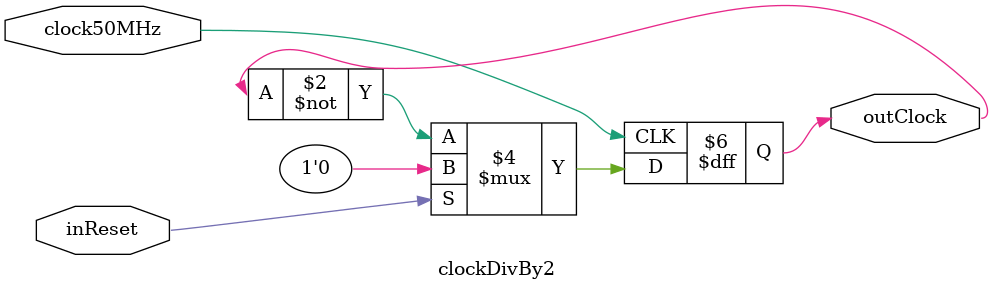
<source format=sv>
/*
Inputs: A clock signal and a reset signal.
Outputs: A clock signal half as fast as the
input clock signal.

Description: This module takes in a clock
input and divides its frequency by 2. For
example, a 50MHz clock input would become
a 25MHz clock input.
*/

module clockDivBy2
	(input clock50MHz,
	 input inReset,
	 output reg outClock);

	always @(posedge clock50MHz) begin
		if (inReset)
			  outClock <= 1'b0;
		else
			  outClock <= ~outClock;
	end

endmodule
</source>
